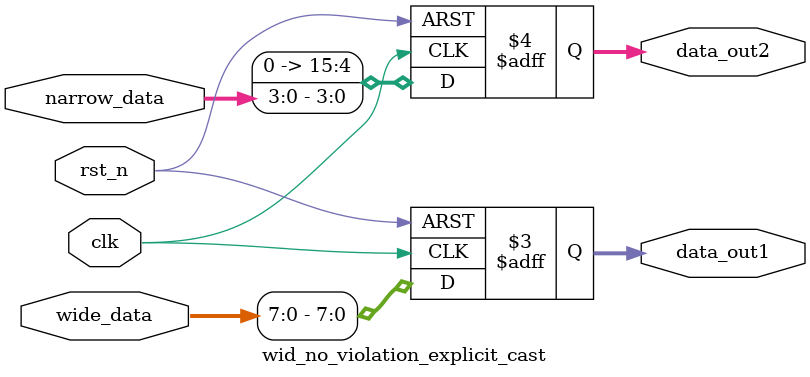
<source format=sv>

module wid_no_violation_explicit_cast (
  input wire clk,
  input wire rst_n,
  input wire [15:0] wide_data,
  input wire [3:0] narrow_data,
  output logic [7:0] data_out1,
  output logic [15:0] data_out2
);

  always_ff @(posedge clk or negedge rst_n) begin
    if (!rst_n) begin
      data_out1 <= 8'h00;
      data_out2 <= 16'h0000;
    end else begin
      // Explicit casting prevents width mismatch issues
      data_out1 <= wide_data[7:0];           // Explicit truncation
      data_out2 <= {12'h000, narrow_data};   // Explicit extension
    end
  end

endmodule


</source>
